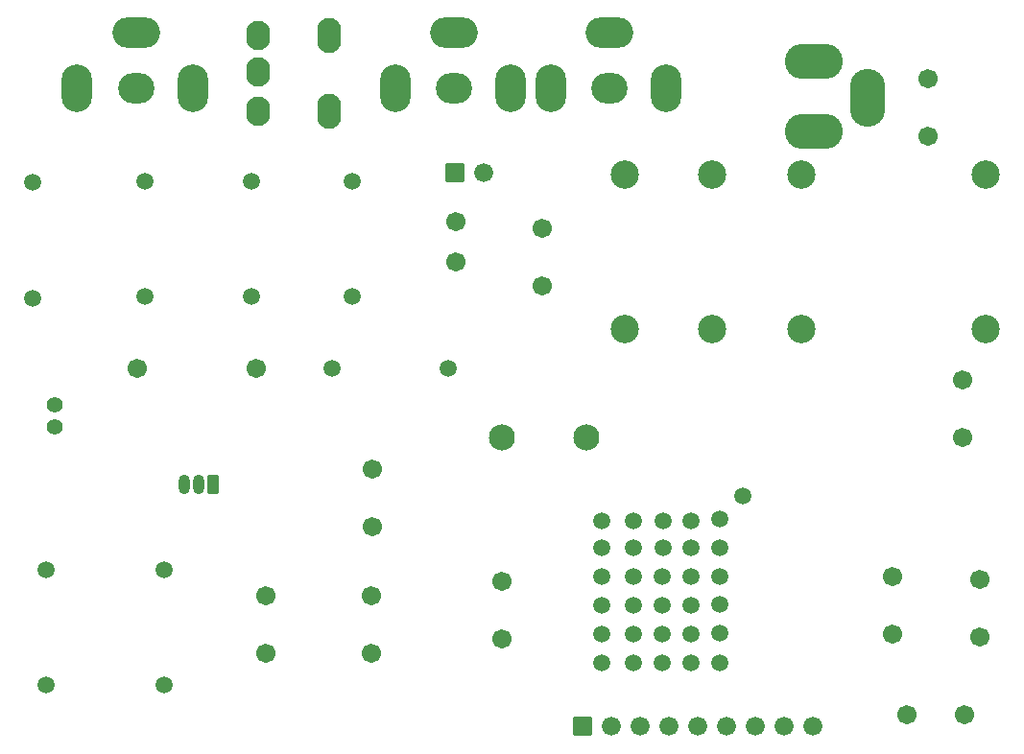
<source format=gts>
G04 Layer: TopSolderMaskLayer*
G04 EasyEDA v6.5.42, 2024-03-05 11:07:17*
G04 3b4d56fbe8a64d45884a67d00f8a37e5,a2f4cb7aa3704937908c5b59a0d1150c,10*
G04 Gerber Generator version 0.2*
G04 Scale: 100 percent, Rotated: No, Reflected: No *
G04 Dimensions in millimeters *
G04 leading zeros omitted , absolute positions ,4 integer and 5 decimal *
%FSLAX45Y45*%
%MOMM*%

%AMMACRO1*1,1,$1,$2,$3*1,1,$1,$4,$5*1,1,$1,0-$2,0-$3*1,1,$1,0-$4,0-$5*20,1,$1,$2,$3,$4,$5,0*20,1,$1,$4,$5,0-$2,0-$3,0*20,1,$1,0-$2,0-$3,0-$4,0-$5,0*20,1,$1,0-$4,0-$5,$2,$3,0*4,1,4,$2,$3,$4,$5,0-$2,0-$3,0-$4,0-$5,$2,$3,0*%
%ADD10C,1.5016*%
%ADD11C,2.3016*%
%ADD12C,1.7016*%
%ADD13C,1.4016*%
%ADD14O,2.101596X3.1015939999999995*%
%ADD15O,2.101596X2.601595*%
%ADD16O,3.2031940000000003X2.703195*%
%ADD17O,2.703195X4.2031920000000005*%
%ADD18O,4.2031920000000005X2.703195*%
%ADD19C,2.5016*%
%ADD20O,5.10159X3.101594*%
%ADD21O,3.101594X5.10159*%
%ADD22MACRO1,0.1016X-0.7874X-0.7874X0.7874X-0.7874*%
%ADD23C,1.6764*%
%ADD24O,1.0015981999999999X1.7015968*%
%ADD25MACRO1,0.1016X0.45X0.8X-0.45X0.8*%

%LPD*%
D10*
G01*
X4978400Y4701006D03*
G01*
X4978400Y3680993D03*
D11*
G01*
X7956219Y5867400D03*
G01*
X8706205Y5867400D03*
D12*
G01*
X11404600Y4635500D03*
G01*
X11404600Y4127500D03*
G01*
X7962900Y4089400D03*
G01*
X7962900Y4597400D03*
G01*
X8318500Y7708900D03*
G01*
X8318500Y7200900D03*
G01*
X12179300Y4102100D03*
G01*
X12179300Y4610100D03*
G01*
X5880100Y3962400D03*
G01*
X5880100Y4470400D03*
G01*
X6807200Y4470400D03*
G01*
X6807200Y3962400D03*
G01*
X12026900Y6375400D03*
G01*
X12026900Y5867400D03*
G01*
X6819900Y5588000D03*
G01*
X6819900Y5080000D03*
G01*
X11531600Y3416300D03*
G01*
X12039600Y3416300D03*
G01*
X11722100Y9029700D03*
G01*
X11722100Y8521700D03*
G01*
X7556500Y7769605D03*
G01*
X7556500Y7419594D03*
D13*
G01*
X4013200Y6157899D03*
G01*
X4013200Y5957900D03*
D14*
G01*
X6436410Y8745499D03*
G01*
X6436410Y9415500D03*
D15*
G01*
X5806389Y9095511D03*
G01*
X5806389Y8745499D03*
G01*
X5806389Y9415500D03*
D16*
G01*
X8911488Y8948902D03*
D17*
G01*
X9411487Y8948902D03*
G01*
X8391499Y8948902D03*
D18*
G01*
X8911488Y9436100D03*
D16*
G01*
X7539888Y8948902D03*
D17*
G01*
X8039887Y8948902D03*
G01*
X7019899Y8948902D03*
D18*
G01*
X7539888Y9436100D03*
D16*
G01*
X4733188Y8948902D03*
D17*
G01*
X5233187Y8948902D03*
G01*
X4213199Y8948902D03*
D18*
G01*
X4733188Y9436100D03*
D19*
G01*
X10604500Y6825691D03*
G01*
X10604500Y8185708D03*
G01*
X9817100Y6825691D03*
G01*
X9817100Y8185708D03*
G01*
X9042400Y8185708D03*
G01*
X9042400Y6825691D03*
G01*
X12230100Y8185708D03*
G01*
X12230100Y6825691D03*
D20*
G01*
X10712424Y8567318D03*
G01*
X10712399Y9187281D03*
D21*
G01*
X11182426Y8867292D03*
D22*
G01*
X8674100Y3314700D03*
D23*
G01*
X8928100Y3314700D03*
G01*
X9182100Y3314700D03*
G01*
X9436100Y3314700D03*
G01*
X9690100Y3314700D03*
G01*
X9944100Y3314700D03*
G01*
X10198100Y3314700D03*
G01*
X10452100Y3314700D03*
G01*
X10706100Y3314700D03*
D24*
G01*
X5156200Y5448300D03*
G01*
X5283200Y5448300D03*
D25*
G01*
X5410198Y5448300D03*
D12*
G01*
X4745507Y6477000D03*
G01*
X5795518Y6477000D03*
D10*
G01*
X6462293Y6477000D03*
G01*
X7482306Y6477000D03*
G01*
X6642100Y8130006D03*
G01*
X6642100Y7109993D03*
G01*
X3822700Y8117306D03*
G01*
X3822700Y7097293D03*
G01*
X4813300Y8130006D03*
G01*
X4813300Y7109993D03*
G01*
X5753100Y8130006D03*
G01*
X5753100Y7109993D03*
G01*
X3937000Y4701006D03*
G01*
X3937000Y3680993D03*
G01*
X9118600Y4889500D03*
G01*
X9118600Y4635500D03*
G01*
X9118600Y4381500D03*
G01*
X9118600Y4127500D03*
G01*
X9118600Y3873500D03*
G01*
X9372600Y3873500D03*
G01*
X9626600Y3873500D03*
G01*
X9880600Y3873500D03*
G01*
X9880600Y4140200D03*
G01*
X9880600Y4394200D03*
G01*
X9880600Y4635500D03*
G01*
X9880600Y4889500D03*
G01*
X9626600Y4889500D03*
G01*
X9385300Y4889500D03*
G01*
X9372600Y4635500D03*
G01*
X9372600Y4381500D03*
G01*
X9372600Y4127500D03*
G01*
X9626600Y4127500D03*
G01*
X9626600Y4381500D03*
G01*
X9626600Y4635500D03*
G01*
X9118600Y5130800D03*
G01*
X9385300Y5130800D03*
G01*
X9626600Y5130800D03*
G01*
X9880600Y5143500D03*
G01*
X8839200Y5130800D03*
G01*
X8839200Y4889500D03*
G01*
X8839200Y4635500D03*
G01*
X8839200Y4381500D03*
G01*
X8839200Y4127500D03*
G01*
X8839200Y3873500D03*
G01*
X10083800Y5346700D03*
D22*
G01*
X7543800Y8204200D03*
D23*
G01*
X7797800Y8204200D03*
M02*

</source>
